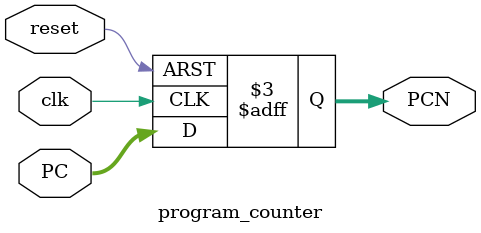
<source format=v>
`timescale 1ns / 1ps

module program_counter(
    input clk,
    input reset,
	 input [31:0] PC,
    output reg [31:0] PCN
    );
		
	always @(posedge clk or posedge reset)
	begin
		if(reset == 1)
			begin
				PCN <= 32'd0; // reset condition -> 2nd Address on the Instruction Fetch Memory
			end
		else
			begin
				PCN <= PC; // set next value of pc
			end
	end
endmodule 
</source>
